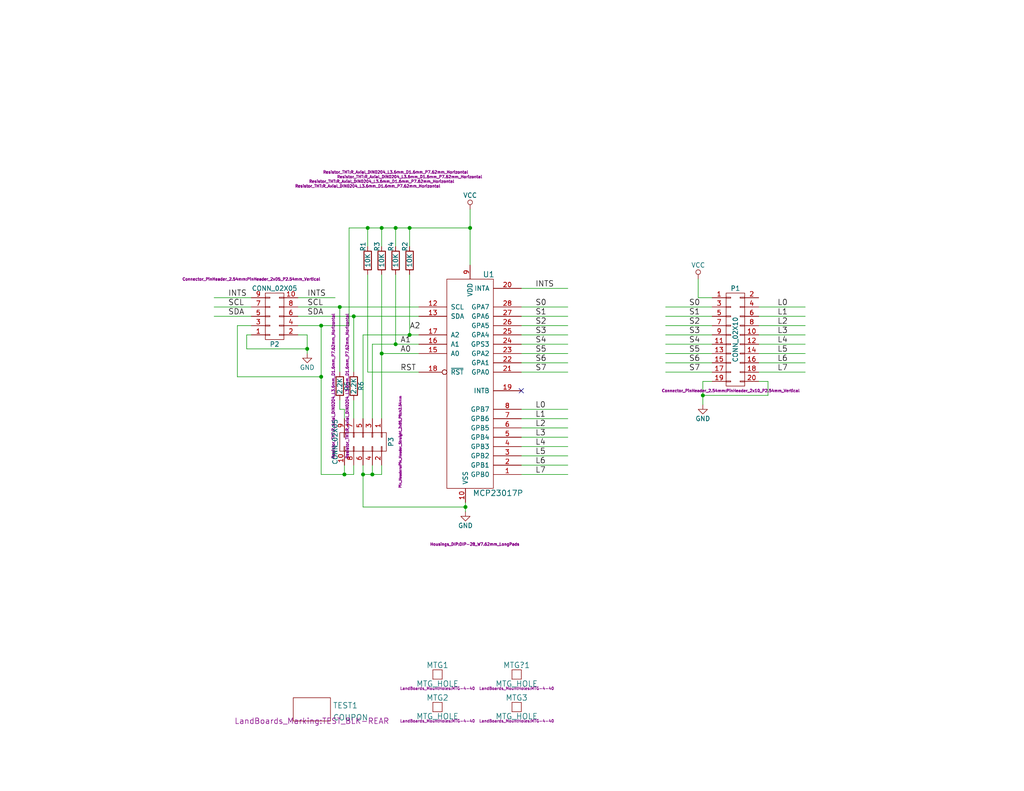
<source format=kicad_sch>
(kicad_sch (version 20211123) (generator eeschema)
  (paper "A")
  (title_block (title "SWLEDX8-I2C") (date "2022-05-23") (rev "2") (company "land-boards.com"))
  (lib_symbols
    (symbol "LandBoards_Conns:COUPON" (pin_names (offset 1.016))
      (property "Reference" "COUP?" (at 0 0 0))
      (property "Value" "COUPON" (at 0 0 0))
      (symbol "COUPON_0_1"
        (rectangle (start -5.08 0) (end 5.08 6.35))
      )
    )
    (symbol "SWLEDX8-I2C-rescue:CONN_02X05" (pin_names (offset 0.0254) hide)
      (property "Reference" "P" (at 0 7.62 0))
      (property "Value" "CONN_02X05" (at 0 -7.62 0))
      (symbol "CONN_02X05_0_1"
        (rectangle (start -2.54 -4.953) (end -1.27 -5.207))
        (rectangle (start -2.54 -2.413) (end -1.27 -2.667))
        (rectangle (start -2.54 0.127) (end -1.27 -0.127))
        (rectangle (start -2.54 2.667) (end -1.27 2.413))
        (rectangle (start -2.54 5.207) (end -1.27 4.953))
        (rectangle (start -2.54 6.35) (end 2.54 -6.35))
        (rectangle (start 1.27 -4.953) (end 2.54 -5.207))
        (rectangle (start 1.27 -2.413) (end 2.54 -2.667))
        (rectangle (start 1.27 0.127) (end 2.54 -0.127))
        (rectangle (start 1.27 2.667) (end 2.54 2.413))
        (rectangle (start 1.27 5.207) (end 2.54 4.953))
      )
      (symbol "CONN_02X05_1_1"
        (pin passive line (at -6.35 5.08 0) (length 3.81) (name "P1") (number "1"))
        (pin passive line (at 6.35 -5.08 180) (length 3.81) (name "P10") (number "10"))
        (pin passive line (at 6.35 5.08 180) (length 3.81) (name "P2") (number "2"))
        (pin passive line (at -6.35 2.54 0) (length 3.81) (name "P3") (number "3"))
        (pin passive line (at 6.35 2.54 180) (length 3.81) (name "P4") (number "4"))
        (pin passive line (at -6.35 0 0) (length 3.81) (name "P5") (number "5"))
        (pin passive line (at 6.35 0 180) (length 3.81) (name "P6") (number "6"))
        (pin passive line (at -6.35 -2.54 0) (length 3.81) (name "P7") (number "7"))
        (pin passive line (at 6.35 -2.54 180) (length 3.81) (name "P8") (number "8"))
        (pin passive line (at -6.35 -5.08 0) (length 3.81) (name "P9") (number "9"))
      )
    )
    (symbol "SWLEDX8-I2C-rescue:CONN_02X10" (pin_names (offset 0.0254) hide)
      (property "Reference" "P" (at 0 13.97 0))
      (property "Value" "CONN_02X10" (at 0 0 90))
      (symbol "CONN_02X10_0_1"
        (rectangle (start -2.54 -11.303) (end -1.27 -11.557))
        (rectangle (start -2.54 -8.763) (end -1.27 -9.017))
        (rectangle (start -2.54 -6.223) (end -1.27 -6.477))
        (rectangle (start -2.54 -3.683) (end -1.27 -3.937))
        (rectangle (start -2.54 -1.143) (end -1.27 -1.397))
        (rectangle (start -2.54 1.397) (end -1.27 1.143))
        (rectangle (start -2.54 3.937) (end -1.27 3.683))
        (rectangle (start -2.54 6.477) (end -1.27 6.223))
        (rectangle (start -2.54 9.017) (end -1.27 8.763))
        (rectangle (start -2.54 11.557) (end -1.27 11.303))
        (rectangle (start -2.54 12.7) (end 2.54 -12.7))
        (rectangle (start 1.27 -11.303) (end 2.54 -11.557))
        (rectangle (start 1.27 -8.763) (end 2.54 -9.017))
        (rectangle (start 1.27 -6.223) (end 2.54 -6.477))
        (rectangle (start 1.27 -3.683) (end 2.54 -3.937))
        (rectangle (start 1.27 -1.143) (end 2.54 -1.397))
        (rectangle (start 1.27 1.397) (end 2.54 1.143))
        (rectangle (start 1.27 3.937) (end 2.54 3.683))
        (rectangle (start 1.27 6.477) (end 2.54 6.223))
        (rectangle (start 1.27 9.017) (end 2.54 8.763))
        (rectangle (start 1.27 11.557) (end 2.54 11.303))
      )
      (symbol "CONN_02X10_1_1"
        (pin passive line (at -6.35 11.43 0) (length 3.81) (name "P1") (number "1"))
        (pin passive line (at 6.35 1.27 180) (length 3.81) (name "P10") (number "10"))
        (pin passive line (at -6.35 -1.27 0) (length 3.81) (name "P11") (number "11"))
        (pin passive line (at 6.35 -1.27 180) (length 3.81) (name "P12") (number "12"))
        (pin passive line (at -6.35 -3.81 0) (length 3.81) (name "P13") (number "13"))
        (pin passive line (at 6.35 -3.81 180) (length 3.81) (name "P14") (number "14"))
        (pin passive line (at -6.35 -6.35 0) (length 3.81) (name "P15") (number "15"))
        (pin passive line (at 6.35 -6.35 180) (length 3.81) (name "P16") (number "16"))
        (pin passive line (at -6.35 -8.89 0) (length 3.81) (name "P17") (number "17"))
        (pin passive line (at 6.35 -8.89 180) (length 3.81) (name "P18") (number "18"))
        (pin passive line (at -6.35 -11.43 0) (length 3.81) (name "P19") (number "19"))
        (pin passive line (at 6.35 11.43 180) (length 3.81) (name "P2") (number "2"))
        (pin passive line (at 6.35 -11.43 180) (length 3.81) (name "P20") (number "20"))
        (pin passive line (at -6.35 8.89 0) (length 3.81) (name "P3") (number "3"))
        (pin passive line (at 6.35 8.89 180) (length 3.81) (name "P4") (number "4"))
        (pin passive line (at -6.35 6.35 0) (length 3.81) (name "P5") (number "5"))
        (pin passive line (at 6.35 6.35 180) (length 3.81) (name "P6") (number "6"))
        (pin passive line (at -6.35 3.81 0) (length 3.81) (name "P7") (number "7"))
        (pin passive line (at 6.35 3.81 180) (length 3.81) (name "P8") (number "8"))
        (pin passive line (at -6.35 1.27 0) (length 3.81) (name "P9") (number "9"))
      )
    )
    (symbol "SWLEDX8-I2C-rescue:GND" (power) (pin_names (offset 0))
      (property "Value" "GND" (at 0 -3.81 0))
      (symbol "GND_0_1"
        (polyline (pts (xy 0 0) (xy 0 -1.27) (xy 1.27 -1.27) (xy 0 -2.54) (xy -1.27 -1.27) (xy 0 -1.27)))
      )
      (symbol "GND_1_1"
        (pin power_in line (at 0 0 270) (length 0) hide (name "GND") (number "1"))
      )
    )
    (symbol "SWLEDX8-I2C-rescue:MCP23017P" (pin_names (offset 1.016))
      (property "Reference" "U" (at 3.81 25.4 0))
      (property "Value" "MCP23017P" (at 6.35 -34.29 0))
      (symbol "MCP23017P_0_1"
        (rectangle (start -7.62 -33.02) (end 5.08 24.13))
      )
      (symbol "MCP23017P_1_1"
        (pin bidirectional line (at 12.7 -29.21 180) (length 7.62) (name "GPB0") (number "1"))
        (pin power_in line (at -2.54 -36.83 90) (length 3.81) (name "VSS") (number "10"))
        (pin input line (at -15.24 16.51 0) (length 7.62) (name "SCL") (number "12"))
        (pin input line (at -15.24 13.97 0) (length 7.62) (name "SDA") (number "13"))
        (pin input line (at -15.24 3.81 0) (length 7.62) (name "A0") (number "15"))
        (pin input line (at -15.24 6.35 0) (length 7.62) (name "A1") (number "16"))
        (pin input line (at -15.24 8.89 0) (length 7.62) (name "A2") (number "17"))
        (pin input inverted (at -15.24 -1.27 0) (length 7.62) (name "~{RST}") (number "18"))
        (pin output line (at 12.7 -6.35 180) (length 7.62) (name "INTB") (number "19"))
        (pin bidirectional line (at 12.7 -26.67 180) (length 7.62) (name "GPB1") (number "2"))
        (pin output line (at 12.7 21.59 180) (length 7.62) (name "INTA") (number "20"))
        (pin bidirectional line (at 12.7 -1.27 180) (length 7.62) (name "GPA0") (number "21"))
        (pin bidirectional line (at 12.7 1.27 180) (length 7.62) (name "GPA1") (number "22"))
        (pin bidirectional line (at 12.7 3.81 180) (length 7.62) (name "GPA2") (number "23"))
        (pin bidirectional line (at 12.7 6.35 180) (length 7.62) (name "GPS3") (number "24"))
        (pin bidirectional line (at 12.7 8.89 180) (length 7.62) (name "GPA4") (number "25"))
        (pin bidirectional line (at 12.7 11.43 180) (length 7.62) (name "GPA5") (number "26"))
        (pin bidirectional line (at 12.7 13.97 180) (length 7.62) (name "GPA6") (number "27"))
        (pin bidirectional line (at 12.7 16.51 180) (length 7.62) (name "GPA7") (number "28"))
        (pin bidirectional line (at 12.7 -24.13 180) (length 7.62) (name "GPB2") (number "3"))
        (pin bidirectional line (at 12.7 -21.59 180) (length 7.62) (name "GPB3") (number "4"))
        (pin bidirectional line (at 12.7 -19.05 180) (length 7.62) (name "GPB4") (number "5"))
        (pin bidirectional line (at 12.7 -16.51 180) (length 7.62) (name "GPB5") (number "6"))
        (pin bidirectional line (at 12.7 -13.97 180) (length 7.62) (name "GPB6") (number "7"))
        (pin bidirectional line (at 12.7 -11.43 180) (length 7.62) (name "GPB7") (number "8"))
        (pin power_in line (at -1.27 27.94 270) (length 3.81) (name "VDD") (number "9"))
      )
    )
    (symbol "SWLEDX8-I2C-rescue:MTG_HOLE" (pin_names (offset 1.016))
      (property "Reference" "MTG?" (at 0 2.54 0))
      (property "Value" "MTG_HOLE" (at 0 -2.54 0))
      (symbol "MTG_HOLE_0_1"
        (rectangle (start -1.27 -1.27) (end 1.27 -1.27))
        (rectangle (start -1.27 1.27) (end -1.27 -1.27))
        (rectangle (start 1.27 1.27) (end -1.27 1.27))
        (rectangle (start 1.27 1.27) (end 1.27 -1.27))
      )
    )
    (symbol "SWLEDX8-I2C-rescue:R" (pin_numbers hide) (pin_names (offset 0))
      (property "Reference" "R" (at 2.032 0 90))
      (property "Value" "R" (at 0 0 90))
      (symbol "R_0_1"
        (rectangle (start -1.016 -2.54) (end 1.016 2.54) (stroke (width 0.254)))
      )
      (symbol "R_1_1"
        (pin passive line (at 0 3.81 270) (length 1.27) (name "~") (number "1"))
        (pin passive line (at 0 -3.81 90) (length 1.27) (name "~") (number "2"))
      )
    )
    (symbol "SWLEDX8-I2C-rescue:VCC" (power) (pin_names (offset 0))
      (property "Value" "VCC" (at 0 3.81 0))
      (symbol "VCC_0_1"
        (polyline (pts (xy 0 0) (xy 0 1.27)))
        (circle (center 0 1.905) (radius 0.635))
      )
      (symbol "VCC_1_1"
        (pin power_in line (at 0 0 90) (length 0) hide (name "VCC") (number "1"))
      )
    )
  )
  (junction (at 111.76 62.23))
  (junction (at 83.82 95.25))
  (junction (at 87.63 88.9))
  (junction (at 100.33 62.23))
  (junction (at 101.6 129.54))
  (junction (at 96.52 86.36))
  (junction (at 111.76 91.44))
  (junction (at 127 138.43))
  (junction (at 92.71 83.82))
  (junction (at 87.63 102.87))
  (junction (at 191.77 107.95))
  (junction (at 104.14 62.23))
  (junction (at 107.95 62.23))
  (junction (at 93.98 129.54))
  (junction (at 99.06 129.54))
  (junction (at 107.95 93.98))
  (junction (at 128.27 62.23))
  (junction (at 104.14 96.52))
  (no_connect (at 142.24 106.68))
  (wire (pts (xy 142.24 119.38) (xy 154.94 119.38)))
  (wire (pts (xy 104.14 129.54) (xy 104.14 127)))
  (wire (pts (xy 181.61 99.06) (xy 194.31 99.06)))
  (wire (pts (xy 127 138.43) (xy 127 139.7)))
  (wire (pts (xy 87.63 129.54) (xy 93.98 129.54)))
  (wire (pts (xy 142.24 99.06) (xy 154.94 99.06)))
  (wire (pts (xy 111.76 91.44) (xy 114.3 91.44)))
  (wire (pts (xy 96.52 86.36) (xy 96.52 101.6)))
  (wire (pts (xy 190.5 81.28) (xy 190.5 76.2)))
  (wire (pts (xy 154.94 78.74) (xy 142.24 78.74)))
  (wire (pts (xy 100.33 101.6) (xy 114.3 101.6)))
  (wire (pts (xy 99.06 127) (xy 99.06 129.54)))
  (wire (pts (xy 99.06 114.3) (xy 99.06 91.44)))
  (wire (pts (xy 68.58 81.28) (xy 58.42 81.28)))
  (wire (pts (xy 127 137.16) (xy 127 138.43)))
  (wire (pts (xy 207.01 86.36) (xy 219.71 86.36)))
  (wire (pts (xy 81.28 88.9) (xy 87.63 88.9)))
  (wire (pts (xy 96.52 86.36) (xy 114.3 86.36)))
  (wire (pts (xy 68.58 83.82) (xy 58.42 83.82)))
  (wire (pts (xy 142.24 116.84) (xy 154.94 116.84)))
  (wire (pts (xy 207.01 91.44) (xy 219.71 91.44)))
  (wire (pts (xy 64.77 88.9) (xy 64.77 102.87)))
  (wire (pts (xy 142.24 88.9) (xy 154.94 88.9)))
  (wire (pts (xy 181.61 91.44) (xy 194.31 91.44)))
  (wire (pts (xy 209.55 104.14) (xy 207.01 104.14)))
  (wire (pts (xy 207.01 88.9) (xy 219.71 88.9)))
  (wire (pts (xy 207.01 93.98) (xy 219.71 93.98)))
  (wire (pts (xy 111.76 74.93) (xy 111.76 91.44)))
  (wire (pts (xy 81.28 83.82) (xy 92.71 83.82)))
  (wire (pts (xy 81.28 91.44) (xy 83.82 91.44)))
  (wire (pts (xy 100.33 62.23) (xy 100.33 67.31)))
  (wire (pts (xy 87.63 102.87) (xy 87.63 129.54)))
  (wire (pts (xy 93.98 129.54) (xy 93.98 127)))
  (wire (pts (xy 142.24 101.6) (xy 154.94 101.6)))
  (wire (pts (xy 99.06 129.54) (xy 101.6 129.54)))
  (wire (pts (xy 96.52 129.54) (xy 96.52 127)))
  (wire (pts (xy 99.06 91.44) (xy 111.76 91.44)))
  (wire (pts (xy 142.24 93.98) (xy 154.94 93.98)))
  (wire (pts (xy 68.58 88.9) (xy 64.77 88.9)))
  (wire (pts (xy 181.61 88.9) (xy 194.31 88.9)))
  (wire (pts (xy 181.61 83.82) (xy 194.31 83.82)))
  (wire (pts (xy 209.55 107.95) (xy 209.55 104.14)))
  (wire (pts (xy 207.01 99.06) (xy 219.71 99.06)))
  (wire (pts (xy 142.24 86.36) (xy 154.94 86.36)))
  (wire (pts (xy 111.76 62.23) (xy 128.27 62.23)))
  (wire (pts (xy 207.01 83.82) (xy 219.71 83.82)))
  (wire (pts (xy 64.77 102.87) (xy 87.63 102.87)))
  (wire (pts (xy 92.71 109.22) (xy 92.71 111.76)))
  (wire (pts (xy 92.71 101.6) (xy 92.71 83.82)))
  (wire (pts (xy 93.98 111.76) (xy 93.98 114.3)))
  (wire (pts (xy 207.01 96.52) (xy 219.71 96.52)))
  (wire (pts (xy 107.95 74.93) (xy 107.95 93.98)))
  (wire (pts (xy 142.24 91.44) (xy 154.94 91.44)))
  (wire (pts (xy 67.31 91.44) (xy 67.31 95.25)))
  (wire (pts (xy 128.27 57.15) (xy 128.27 62.23)))
  (wire (pts (xy 101.6 127) (xy 101.6 129.54)))
  (wire (pts (xy 101.6 93.98) (xy 107.95 93.98)))
  (wire (pts (xy 142.24 96.52) (xy 154.94 96.52)))
  (wire (pts (xy 191.77 104.14) (xy 191.77 107.95)))
  (wire (pts (xy 128.27 62.23) (xy 128.27 72.39)))
  (wire (pts (xy 142.24 83.82) (xy 154.94 83.82)))
  (wire (pts (xy 67.31 95.25) (xy 83.82 95.25)))
  (wire (pts (xy 99.06 138.43) (xy 127 138.43)))
  (wire (pts (xy 207.01 101.6) (xy 219.71 101.6)))
  (wire (pts (xy 100.33 74.93) (xy 100.33 101.6)))
  (wire (pts (xy 181.61 93.98) (xy 194.31 93.98)))
  (wire (pts (xy 91.44 81.28) (xy 81.28 81.28)))
  (wire (pts (xy 194.31 81.28) (xy 190.5 81.28)))
  (wire (pts (xy 142.24 124.46) (xy 154.94 124.46)))
  (wire (pts (xy 83.82 95.25) (xy 83.82 96.52)))
  (wire (pts (xy 68.58 91.44) (xy 67.31 91.44)))
  (wire (pts (xy 142.24 129.54) (xy 154.94 129.54)))
  (wire (pts (xy 100.33 62.23) (xy 104.14 62.23)))
  (wire (pts (xy 104.14 62.23) (xy 104.14 67.31)))
  (wire (pts (xy 99.06 129.54) (xy 99.06 138.43)))
  (wire (pts (xy 81.28 86.36) (xy 96.52 86.36)))
  (wire (pts (xy 107.95 93.98) (xy 114.3 93.98)))
  (wire (pts (xy 191.77 107.95) (xy 191.77 110.49)))
  (wire (pts (xy 107.95 62.23) (xy 107.95 67.31)))
  (wire (pts (xy 181.61 86.36) (xy 194.31 86.36)))
  (wire (pts (xy 181.61 96.52) (xy 194.31 96.52)))
  (wire (pts (xy 87.63 88.9) (xy 95.25 88.9)))
  (wire (pts (xy 191.77 107.95) (xy 209.55 107.95)))
  (wire (pts (xy 142.24 127) (xy 154.94 127)))
  (wire (pts (xy 181.61 101.6) (xy 194.31 101.6)))
  (wire (pts (xy 92.71 83.82) (xy 114.3 83.82)))
  (wire (pts (xy 68.58 86.36) (xy 58.42 86.36)))
  (wire (pts (xy 142.24 111.76) (xy 154.94 111.76)))
  (wire (pts (xy 96.52 109.22) (xy 96.52 114.3)))
  (wire (pts (xy 191.77 104.14) (xy 194.31 104.14)))
  (wire (pts (xy 95.25 88.9) (xy 95.25 62.23)))
  (wire (pts (xy 107.95 62.23) (xy 111.76 62.23)))
  (wire (pts (xy 92.71 111.76) (xy 93.98 111.76)))
  (wire (pts (xy 104.14 96.52) (xy 104.14 114.3)))
  (wire (pts (xy 83.82 91.44) (xy 83.82 95.25)))
  (wire (pts (xy 104.14 62.23) (xy 107.95 62.23)))
  (wire (pts (xy 93.98 129.54) (xy 96.52 129.54)))
  (wire (pts (xy 104.14 74.93) (xy 104.14 96.52)))
  (wire (pts (xy 101.6 114.3) (xy 101.6 93.98)))
  (wire (pts (xy 95.25 62.23) (xy 100.33 62.23)))
  (wire (pts (xy 111.76 62.23) (xy 111.76 67.31)))
  (wire (pts (xy 87.63 88.9) (xy 87.63 102.87)))
  (wire (pts (xy 142.24 121.92) (xy 154.94 121.92)))
  (wire (pts (xy 104.14 96.52) (xy 114.3 96.52)))
  (wire (pts (xy 142.24 114.3) (xy 154.94 114.3)))
  (wire (pts (xy 101.6 129.54) (xy 104.14 129.54)))
  (label "S1" (at 187.96 86.36 0) (effects (font (size 1.524 1.524))))
  (label "L4" (at 146.05 121.92 0) (effects (font (size 1.524 1.524))))
  (label "SDA" (at 62.23 86.36 0) (effects (font (size 1.524 1.524))))
  (label "L6" (at 212.09 99.06 0) (effects (font (size 1.524 1.524))))
  (label "L2" (at 212.09 88.9 0) (effects (font (size 1.524 1.524))))
  (label "S5" (at 187.96 96.52 0) (effects (font (size 1.524 1.524))))
  (label "L5" (at 146.05 124.46 0) (effects (font (size 1.524 1.524))))
  (label "L0" (at 212.09 83.82 0) (effects (font (size 1.524 1.524))))
  (label "S0" (at 146.05 83.82 0) (effects (font (size 1.524 1.524))))
  (label "S2" (at 146.05 88.9 0) (effects (font (size 1.524 1.524))))
  (label "S2" (at 187.96 88.9 0) (effects (font (size 1.524 1.524))))
  (label "S7" (at 146.05 101.6 0) (effects (font (size 1.524 1.524))))
  (label "A0" (at 109.22 96.52 0) (effects (font (size 1.524 1.524))))
  (label "L4" (at 212.09 93.98 0) (effects (font (size 1.524 1.524))))
  (label "L1" (at 146.05 114.3 0) (effects (font (size 1.524 1.524))))
  (label "L0" (at 146.05 111.76 0) (effects (font (size 1.524 1.524))))
  (label "INTS" (at 62.23 81.28 0) (effects (font (size 1.524 1.524))))
  (label "SDA" (at 83.82 86.36 0) (effects (font (size 1.524 1.524))))
  (label "L3" (at 146.05 119.38 0) (effects (font (size 1.524 1.524))))
  (label "S0" (at 187.96 83.82 0) (effects (font (size 1.524 1.524))))
  (label "L5" (at 212.09 96.52 0) (effects (font (size 1.524 1.524))))
  (label "S6" (at 187.96 99.06 0) (effects (font (size 1.524 1.524))))
  (label "SCL" (at 83.82 83.82 0) (effects (font (size 1.524 1.524))))
  (label "S3" (at 146.05 91.44 0) (effects (font (size 1.524 1.524))))
  (label "S4" (at 146.05 93.98 0) (effects (font (size 1.524 1.524))))
  (label "INTS" (at 146.05 78.74 0) (effects (font (size 1.524 1.524))))
  (label "S1" (at 146.05 86.36 0) (effects (font (size 1.524 1.524))))
  (label "L2" (at 146.05 116.84 0) (effects (font (size 1.524 1.524))))
  (label "A2" (at 111.76 90.17 0) (effects (font (size 1.524 1.524))))
  (label "RST" (at 109.22 101.6 0) (effects (font (size 1.524 1.524))))
  (label "S4" (at 187.96 93.98 0) (effects (font (size 1.524 1.524))))
  (label "S5" (at 146.05 96.52 0) (effects (font (size 1.524 1.524))))
  (label "L7" (at 212.09 101.6 0) (effects (font (size 1.524 1.524))))
  (label "INTS" (at 83.82 81.28 0) (effects (font (size 1.524 1.524))))
  (label "SCL" (at 62.23 83.82 0) (effects (font (size 1.524 1.524))))
  (label "S7" (at 187.96 101.6 0) (effects (font (size 1.524 1.524))))
  (label "L3" (at 212.09 91.44 0) (effects (font (size 1.524 1.524))))
  (label "L1" (at 212.09 86.36 0) (effects (font (size 1.524 1.524))))
  (label "S6" (at 146.05 99.06 0) (effects (font (size 1.524 1.524))))
  (label "A1" (at 109.22 93.98 0) (effects (font (size 1.524 1.524))))
  (label "S3" (at 187.96 91.44 0) (effects (font (size 1.524 1.524))))
  (label "L6" (at 146.05 127 0) (effects (font (size 1.524 1.524))))
  (label "L7" (at 146.05 129.54 0) (effects (font (size 1.524 1.524))))
  (symbol (lib_id "SWLEDX8-I2C-rescue:VCC") (at 190.5 76.2 0) (unit 1)
    (property "Reference" "#PWR01" (effects hide))
    (property "Value" "VCC" (at 190.5 72.39 0))
  )
  (symbol (lib_id "SWLEDX8-I2C-rescue:GND") (at 191.77 110.49 0) (unit 1)
    (property "Reference" "#PWR02" (effects hide))
    (property "Value" "GND" (at 191.77 114.3 0))
  )
  (symbol (lib_id "SWLEDX8-I2C-rescue:CONN_02X10") (at 200.66 92.71 0) (unit 1)
    (property "Reference" "P1" (at 200.66 78.74 0))
    (property "Value" "CONN_02X10" (at 200.66 92.71 90))
    (property "Footprint" "Connector_PinHeader_2.54mm:PinHeader_2x10_P2.54mm_Vertical" (at 199.39 106.68 0) (effects (font (size 0.762 0.762))))
  )
  (symbol (lib_id "SWLEDX8-I2C-rescue:MCP23017P") (at 129.54 100.33 0) (unit 1)
    (property "Reference" "U1" (at 133.35 74.93 0) (effects (font (size 1.524 1.524))))
    (property "Value" "MCP23017P" (at 135.89 134.62 0) (effects (font (size 1.524 1.524))))
    (property "Footprint" "Housings_DIP:DIP-28_W7.62mm_LongPads" (at 129.54 148.59 0) (effects (font (size 0.762 0.762))))
  )
  (symbol (lib_id "SWLEDX8-I2C-rescue:GND") (at 127 139.7 0) (unit 1)
    (property "Reference" "#PWR03" (effects hide))
    (property "Value" "GND" (at 127 143.51 0))
  )
  (symbol (lib_id "SWLEDX8-I2C-rescue:VCC") (at 128.27 57.15 0) (unit 1)
    (property "Reference" "#PWR04" (effects hide))
    (property "Value" "VCC" (at 128.27 53.34 0))
  )
  (symbol (lib_id "SWLEDX8-I2C-rescue:R") (at 111.76 71.12 0) (unit 1)
    (property "Reference" "R2" (at 110.49 67.31 90))
    (property "Value" "10K" (at 111.76 71.12 90))
    (property "Footprint" "Resistor_THT:R_Axial_DIN0204_L3.6mm_D1.6mm_P7.62mm_Horizontal" (at 111.76 48.26 0) (effects (font (size 0.762 0.762))))
  )
  (symbol (lib_id "SWLEDX8-I2C-rescue:R") (at 107.95 71.12 0) (unit 1)
    (property "Reference" "R4" (at 106.68 67.31 90))
    (property "Value" "10K" (at 107.95 71.12 90))
    (property "Footprint" "Resistor_THT:R_Axial_DIN0204_L3.6mm_D1.6mm_P7.62mm_Horizontal" (at 107.95 46.99 0) (effects (font (size 0.762 0.762))))
  )
  (symbol (lib_id "SWLEDX8-I2C-rescue:R") (at 104.14 71.12 0) (unit 1)
    (property "Reference" "R3" (at 102.87 67.31 90))
    (property "Value" "10K" (at 104.14 71.12 90))
    (property "Footprint" "Resistor_THT:R_Axial_DIN0204_L3.6mm_D1.6mm_P7.62mm_Horizontal" (at 104.14 49.53 0) (effects (font (size 0.762 0.762))))
  )
  (symbol (lib_id "SWLEDX8-I2C-rescue:GND") (at 83.82 96.52 0) (unit 1)
    (property "Reference" "#PWR05" (effects hide))
    (property "Value" "GND" (at 83.82 100.33 0))
  )
  (symbol (lib_id "SWLEDX8-I2C-rescue:R") (at 100.33 71.12 0) (unit 1)
    (property "Reference" "R1" (at 99.06 67.31 90))
    (property "Value" "10K" (at 100.33 71.12 90))
    (property "Footprint" "Resistor_THT:R_Axial_DIN0204_L3.6mm_D1.6mm_P7.62mm_Horizontal" (at 100.33 50.8 0) (effects (font (size 0.762 0.762))))
  )
  (symbol (lib_id "SWLEDX8-I2C-rescue:CONN_02X05") (at 99.06 120.65 270) (unit 1)
    (property "Reference" "P3" (at 106.68 120.65 0))
    (property "Value" "CONN_02X05" (at 91.44 120.65 0))
    (property "Footprint" "Pin_Headers:Pin_Header_Straight_2x05_Pitch2.54mm" (at 109.22 120.65 0) (effects (font (size 0.635 0.635))))
  )
  (symbol (lib_id "SWLEDX8-I2C-rescue:R") (at 92.71 105.41 0) (unit 1)
    (property "Reference" "R5" (at 94.742 105.41 90))
    (property "Value" "2.2K" (at 92.71 105.41 90))
    (property "Footprint" "Resistor_THT:R_Axial_DIN0204_L3.6mm_D1.6mm_P7.62mm_Horizontal" (at 90.932 105.41 90) (effects (font (size 0.762 0.762))))
  )
  (symbol (lib_id "SWLEDX8-I2C-rescue:R") (at 96.52 105.41 0) (unit 1)
    (property "Reference" "R6" (at 98.552 105.41 90))
    (property "Value" "2.2K" (at 96.52 105.41 90))
    (property "Footprint" "Resistor_THT:R_Axial_DIN0204_L3.6mm_D1.6mm_P7.62mm_Horizontal" (at 94.742 105.41 90) (effects (font (size 0.762 0.762))))
  )
  (symbol (lib_id "SWLEDX8-I2C-rescue:MTG_HOLE") (at 140.97 184.15 0) (unit 1)
    (property "Reference" "MTG?1" (at 140.97 181.61 0) (effects (font (size 1.524 1.524))))
    (property "Value" "MTG_HOLE" (at 140.97 186.69 0) (effects (font (size 1.524 1.524))))
    (property "Footprint" "LandBoards_MountHoles:MTG-4-40" (at 140.97 187.96 0) (effects (font (size 0.762 0.762))))
  )
  (symbol (lib_id "SWLEDX8-I2C-rescue:MTG_HOLE") (at 140.97 193.04 0) (unit 1)
    (property "Reference" "MTG3" (at 140.97 190.5 0) (effects (font (size 1.524 1.524))))
    (property "Value" "MTG_HOLE" (at 140.97 195.58 0) (effects (font (size 1.524 1.524))))
    (property "Footprint" "LandBoards_MountHoles:MTG-4-40" (at 140.97 196.85 0) (effects (font (size 0.762 0.762))))
  )
  (symbol (lib_id "SWLEDX8-I2C-rescue:MTG_HOLE") (at 119.38 193.04 0) (unit 1)
    (property "Reference" "MTG2" (at 119.38 190.5 0) (effects (font (size 1.524 1.524))))
    (property "Value" "MTG_HOLE" (at 119.38 195.58 0) (effects (font (size 1.524 1.524))))
    (property "Footprint" "LandBoards_MountHoles:MTG-4-40" (at 119.38 196.85 0) (effects (font (size 0.762 0.762))))
  )
  (symbol (lib_id "SWLEDX8-I2C-rescue:MTG_HOLE") (at 119.38 184.15 0) (unit 1)
    (property "Reference" "MTG1" (at 119.38 181.61 0) (effects (font (size 1.524 1.524))))
    (property "Value" "MTG_HOLE" (at 119.38 186.69 0) (effects (font (size 1.524 1.524))))
    (property "Footprint" "LandBoards_MountHoles:MTG-4-40" (at 119.38 187.96 0) (effects (font (size 0.762 0.762))))
  )
  (symbol (lib_id "SWLEDX8-I2C-rescue:CONN_02X05") (at 74.93 86.36 0) (mirror x) (unit 1)
    (property "Reference" "P2" (at 74.93 93.98 0))
    (property "Value" "CONN_02X05" (at 74.93 78.74 0))
    (property "Footprint" "Connector_PinHeader_2.54mm:PinHeader_2x05_P2.54mm_Vertical" (at 68.58 76.2 0) (effects (font (size 0.762 0.762))))
  )
  (symbol (lib_id "LandBoards_Conns:COUPON") (at 85.09 196.85 0) (unit 1)
    (property "Reference" "TEST1" (at 90.805 192.6103 0) (effects (font (size 1.524 1.524)) (justify left)))
    (property "Value" "COUPON" (at 90.805 195.8893 0) (effects (font (size 1.524 1.524)) (justify left)))
    (property "Footprint" "LandBoards_Marking:TEST_BLK-REAR" (at 85.09 196.85 0) (effects (font (size 1.524 1.524))))
  )
)
</source>
